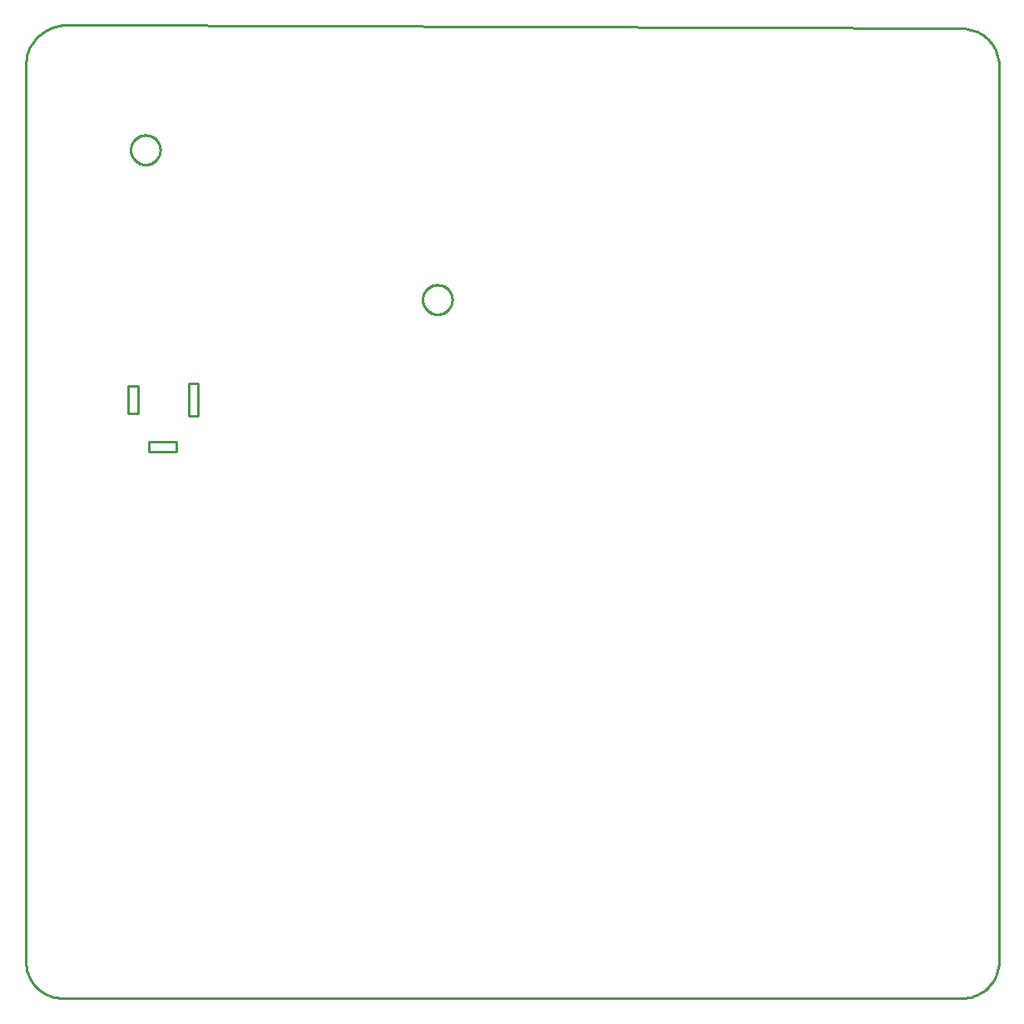
<source format=gbr>
G04 EAGLE Gerber X2 export*
%TF.Part,Single*%
%TF.FileFunction,Profile,NP*%
%TF.FilePolarity,Positive*%
%TF.GenerationSoftware,Autodesk,EAGLE,8.6.3*%
%TF.CreationDate,2019-03-08T18:09:36Z*%
G75*
%MOMM*%
%FSLAX34Y34*%
%LPD*%
%AMOC8*
5,1,8,0,0,1.08239X$1,22.5*%
G01*
%ADD10C,0.254000*%


D10*
X7620Y38100D02*
X7765Y34779D01*
X8199Y31484D01*
X8918Y28239D01*
X9918Y25069D01*
X11190Y21998D01*
X12724Y19050D01*
X14510Y16247D01*
X16534Y13610D01*
X18779Y11159D01*
X21230Y8914D01*
X23867Y6890D01*
X26670Y5104D01*
X29618Y3570D01*
X32689Y2298D01*
X35859Y1298D01*
X39104Y579D01*
X42399Y145D01*
X45720Y0D01*
X960320Y0D01*
X963623Y144D01*
X966901Y576D01*
X970129Y1291D01*
X973283Y2286D01*
X976337Y3551D01*
X979270Y5078D01*
X982059Y6854D01*
X984682Y8867D01*
X987119Y11101D01*
X989353Y13538D01*
X991366Y16161D01*
X993142Y18950D01*
X994669Y21883D01*
X995934Y24937D01*
X996929Y28091D01*
X997644Y31319D01*
X998076Y34597D01*
X998220Y37900D01*
X998220Y949000D01*
X998074Y952338D01*
X997638Y955651D01*
X996915Y958913D01*
X995910Y962099D01*
X994632Y965186D01*
X993089Y968150D01*
X991294Y970968D01*
X989260Y973619D01*
X987002Y976082D01*
X984539Y978340D01*
X981888Y980374D01*
X979070Y982169D01*
X976106Y983712D01*
X973019Y984990D01*
X969833Y985995D01*
X966571Y986718D01*
X963258Y987154D01*
X959920Y987300D01*
X83820Y990600D01*
X49020Y990600D01*
X45412Y990442D01*
X41831Y989971D01*
X38305Y989189D01*
X34860Y988103D01*
X31524Y986721D01*
X28320Y985053D01*
X25274Y983113D01*
X22409Y980914D01*
X19746Y978474D01*
X17306Y975811D01*
X15107Y972946D01*
X13167Y969900D01*
X11499Y966696D01*
X10117Y963360D01*
X9031Y959915D01*
X8249Y956389D01*
X7778Y952808D01*
X7620Y949200D01*
X7620Y38100D01*
X112320Y595600D02*
X122320Y595600D01*
X122320Y623600D01*
X112320Y623600D01*
X112320Y595600D01*
X173320Y593100D02*
X183320Y593100D01*
X183320Y626100D01*
X173320Y626100D01*
X173320Y593100D01*
X133320Y556600D02*
X161320Y556600D01*
X161320Y566600D01*
X133320Y566600D01*
X133320Y556600D01*
X144540Y863064D02*
X144464Y861996D01*
X144311Y860935D01*
X144083Y859888D01*
X143781Y858860D01*
X143407Y857856D01*
X142962Y856881D01*
X142448Y855941D01*
X141869Y855040D01*
X141227Y854182D01*
X140525Y853372D01*
X139768Y852615D01*
X138958Y851913D01*
X138100Y851271D01*
X137199Y850692D01*
X136259Y850178D01*
X135284Y849733D01*
X134280Y849359D01*
X133252Y849057D01*
X132205Y848829D01*
X131144Y848676D01*
X130076Y848600D01*
X129004Y848600D01*
X127936Y848676D01*
X126875Y848829D01*
X125828Y849057D01*
X124800Y849359D01*
X123796Y849733D01*
X122821Y850178D01*
X121881Y850692D01*
X120980Y851271D01*
X120122Y851913D01*
X119312Y852615D01*
X118555Y853372D01*
X117853Y854182D01*
X117211Y855040D01*
X116632Y855941D01*
X116118Y856881D01*
X115673Y857856D01*
X115299Y858860D01*
X114997Y859888D01*
X114769Y860935D01*
X114616Y861996D01*
X114540Y863064D01*
X114540Y864136D01*
X114616Y865204D01*
X114769Y866265D01*
X114997Y867312D01*
X115299Y868340D01*
X115673Y869344D01*
X116118Y870319D01*
X116632Y871259D01*
X117211Y872160D01*
X117853Y873018D01*
X118555Y873828D01*
X119312Y874585D01*
X120122Y875287D01*
X120980Y875929D01*
X121881Y876508D01*
X122821Y877022D01*
X123796Y877467D01*
X124800Y877841D01*
X125828Y878143D01*
X126875Y878371D01*
X127936Y878524D01*
X129004Y878600D01*
X130076Y878600D01*
X131144Y878524D01*
X132205Y878371D01*
X133252Y878143D01*
X134280Y877841D01*
X135284Y877467D01*
X136259Y877022D01*
X137199Y876508D01*
X138100Y875929D01*
X138958Y875287D01*
X139768Y874585D01*
X140525Y873828D01*
X141227Y873018D01*
X141869Y872160D01*
X142448Y871259D01*
X142962Y870319D01*
X143407Y869344D01*
X143781Y868340D01*
X144083Y867312D01*
X144311Y866265D01*
X144464Y865204D01*
X144540Y864136D01*
X144540Y863064D01*
X441720Y710664D02*
X441644Y709596D01*
X441491Y708535D01*
X441263Y707488D01*
X440961Y706460D01*
X440587Y705456D01*
X440142Y704481D01*
X439628Y703541D01*
X439049Y702640D01*
X438407Y701782D01*
X437705Y700972D01*
X436948Y700215D01*
X436138Y699513D01*
X435280Y698871D01*
X434379Y698292D01*
X433439Y697778D01*
X432464Y697333D01*
X431460Y696959D01*
X430432Y696657D01*
X429385Y696429D01*
X428324Y696276D01*
X427256Y696200D01*
X426184Y696200D01*
X425116Y696276D01*
X424055Y696429D01*
X423008Y696657D01*
X421980Y696959D01*
X420976Y697333D01*
X420001Y697778D01*
X419061Y698292D01*
X418160Y698871D01*
X417302Y699513D01*
X416492Y700215D01*
X415735Y700972D01*
X415033Y701782D01*
X414391Y702640D01*
X413812Y703541D01*
X413298Y704481D01*
X412853Y705456D01*
X412479Y706460D01*
X412177Y707488D01*
X411949Y708535D01*
X411796Y709596D01*
X411720Y710664D01*
X411720Y711736D01*
X411796Y712804D01*
X411949Y713865D01*
X412177Y714912D01*
X412479Y715940D01*
X412853Y716944D01*
X413298Y717919D01*
X413812Y718859D01*
X414391Y719760D01*
X415033Y720618D01*
X415735Y721428D01*
X416492Y722185D01*
X417302Y722887D01*
X418160Y723529D01*
X419061Y724108D01*
X420001Y724622D01*
X420976Y725067D01*
X421980Y725441D01*
X423008Y725743D01*
X424055Y725971D01*
X425116Y726124D01*
X426184Y726200D01*
X427256Y726200D01*
X428324Y726124D01*
X429385Y725971D01*
X430432Y725743D01*
X431460Y725441D01*
X432464Y725067D01*
X433439Y724622D01*
X434379Y724108D01*
X435280Y723529D01*
X436138Y722887D01*
X436948Y722185D01*
X437705Y721428D01*
X438407Y720618D01*
X439049Y719760D01*
X439628Y718859D01*
X440142Y717919D01*
X440587Y716944D01*
X440961Y715940D01*
X441263Y714912D01*
X441491Y713865D01*
X441644Y712804D01*
X441720Y711736D01*
X441720Y710664D01*
M02*

</source>
